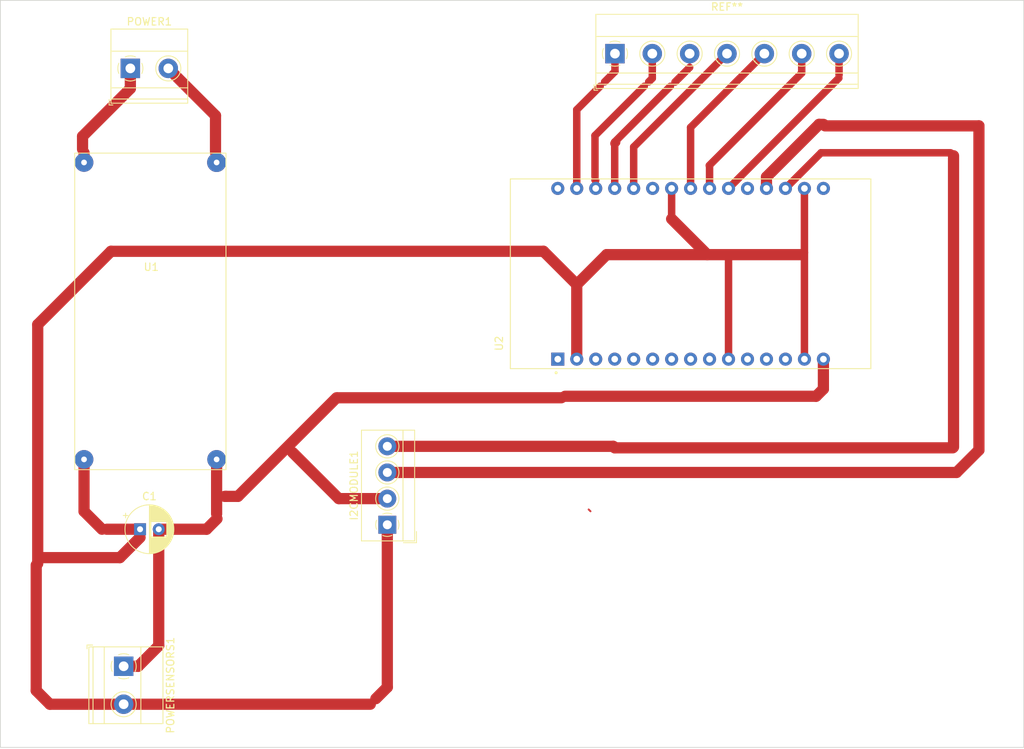
<source format=kicad_pcb>
(kicad_pcb (version 20211014) (generator pcbnew)
  (layers (0 "F.Cu" signal) (31 "B.Cu" signal) (34 "B.Paste" user) (35 "F.Paste" user) (36 "B.SilkS" user "B.Silkscreen") (37 "F.SilkS" user "F.Silkscreen") (38 "B.Mask" user) (39 "F.Mask" user) (44 "Edge.Cuts" user))
  (net 0 "")
  (net 1 "GND")
  (net 2 "Net-(C1-Pad2)")
  (net 3 "A")
  (net 4 "B")
  (net 5 "C")
  (net 6 "Net-(POWER1-Pad1)")
  (net 7 "Net-(POWER1-Pad2)")
  (footprint "TerminalBlock_Phoenix:TerminalBlock_Phoenix_MKDS-1,5-2-5.08_1x02_P5.08mm_Horizontal" (layer "F.Cu") (at 96.905 130.345 -90)
    (fp_text reference "POWERSENSORS1" (at 2.54 -6.26 90) (layer "F.SilkS"))
    (fp_text value "Screw_Terminal_01x02")
    (fp_line (start -2.84 4.9) (end -2.34 4.9) (layer "F.SilkS") (width 0.12))
    (fp_line (start -2.6 2.6) (end 7.68 2.6) (layer "F.SilkS") (width 0.12))
    (fp_line (start -2.84 4.16) (end -2.84 4.9) (layer "F.SilkS") (width 0.12))
    (fp_line (start -2.6 -5.261) (end 7.68 -5.261) (layer "F.SilkS") (width 0.12))
    (fp_line (start -2.6 -5.261) (end -2.6 4.66) (layer "F.SilkS") (width 0.12))
    (fp_line (start 4.046 1.239) (end 4.011 1.274) (layer "F.SilkS") (width 0.12))
    (fp_line (start 6.355 -1.069) (end 6.308 -1.023) (layer "F.SilkS") (width 0.12))
    (fp_line (start -2.6 4.1) (end 7.68 4.1) (layer "F.SilkS") (width 0.12))
    (fp_line (start 3.853 1.023) (end 3.806 1.069) (layer "F.SilkS") (width 0.12))
    (fp_line (start -2.6 -2.301) (end 7.68 -2.301) (layer "F.SilkS") (width 0.12))
    (fp_line (start 6.15 -1.275) (end 6.115 -1.239) (layer "F.SilkS") (width 0.12))
    (fp_line (start -2.6 4.66) (end 7.68 4.66) (layer "F.SilkS") (width 0.12))
    (fp_line (start 7.68 -5.261) (end 7.68 4.66) (layer "F.SilkS") (width 0.12))
    (fp_arc (start 0.683318 1.534756) (mid 0.349292 1.643288) (end 0 1.68) (layer "F.SilkS") (width 0.12))
    (fp_arc (start 0.028805 1.680253) (mid -0.335551 1.646659) (end -0.684 1.535) (layer "F.SilkS") (width 0.12))
    (fp_arc (start -0.683042 -1.535427) (mid 0.000524 -1.680501) (end 0.684 -1.535) (layer "F.SilkS") (width 0.12))
    (fp_arc (start 1.535427 -0.683042) (mid 1.680501 0.000524) (end 1.535 0.684) (layer "F.SilkS") (width 0.12))
    (fp_arc (start -1.535427 0.683042) (mid -1.680501 -0.000524) (end -1.535 -0.684) (layer "F.SilkS") (width 0.12))
    (fp_circle (center 5.08 0) (end 6.76 0) (layer "F.SilkS") (width 0.12) (fill none))
    (pad "1" thru_hole rect (at 0 0 270) (size 2.6 2.6) (drill 1.3) (layers *.Cu *.Mask) (net 2 "Net-(C1-Pad2)"))
    (pad "2" thru_hole circle (at 5.08 0 270) (size 2.6 2.6) (drill 1.3) (layers *.Cu *.Mask) (net 1 "GND"))
  )
  (footprint "NodeMCU esp8266:MODULE_ZC563900" (layer "F.Cu") (at 172.8 77.8 90)
    (fp_text reference "U2" (at -9.325 -25.635 90) (layer "F.SilkS"))
    (fp_text value "NodeMcu_Esp8266")
    (fp_line (start -12.7 24.13) (end -12.7 -24.13) (layer "F.SilkS") (width 0.127))
    (fp_line (start -12.7 24.13) (end 12.7 24.13) (layer "F.SilkS") (width 0.127))
    (fp_line (start 12.7 -24.13) (end 12.7 24.13) (layer "F.SilkS") (width 0.127))
    (fp_line (start -12.7 -24.13) (end 12.7 -24.13) (layer "F.SilkS") (width 0.127))
    (fp_circle (center -13.25 -18) (end -13.15 -18) (layer "F.SilkS") (width 0.2) (fill none))
    (pad "" np_thru_hole circle (at -10.16 -21.59 90) (size 3.2 3.2) (drill 3.2) (layers *.Cu *.Mask))
    (pad "" np_thru_hole circle (at 10.16 -21.59 90) (size 3.2 3.2) (drill 3.2) (layers *.Cu *.Mask))
    (pad "" np_thru_hole circle (at 10.16 21.59 90) (size 3.2 3.2) (drill 3.2) (layers *.Cu *.Mask))
    (pad "" np_thru_hole circle (at -10.16 21.59 90) (size 3.2 3.2) (drill 3.2) (layers *.Cu *.Mask))
    (pad "1" thru_hole rect (at -11.43 -17.78 90) (size 1.7526 1.7526) (drill 0.889) (layers *.Cu *.Mask))
    (pad "2" thru_hole circle (at -11.43 -15.24 90) (size 1.7526 1.7526) (drill 0.889) (layers *.Cu *.Mask))
    (pad "3" thru_hole circle (at -11.43 -12.7 90) (size 1.7526 1.7526) (drill 0.889) (layers *.Cu *.Mask))
    (pad "4" thru_hole circle (at -11.43 -10.16 90) (size 1.7526 1.7526) (drill 0.889) (layers *.Cu *.Mask))
    (pad "5" thru_hole circle (at -11.43 -7.62 90) (size 1.7526 1.7526) (drill 0.889) (layers *.Cu *.Mask))
    (pad "6" thru_hole circle (at -11.43 -5.08 90) (size 1.7526 1.7526) (drill 0.889) (layers *.Cu *.Mask))
    (pad "7" thru_hole circle (at -11.43 -2.54 90) (size 1.7526 1.7526) (drill 0.889) (layers *.Cu *.Mask))
    (pad "8" thru_hole circle (at -11.43 0 90) (size 1.7526 1.7526) (drill 0.889) (layers *.Cu *.Mask))
    (pad "9" thru_hole circle (at -11.43 2.54 90) (size 1.7526 1.7526) (drill 0.889) (layers *.Cu *.Mask))
    (pad "10" thru_hole circle (at -11.43 5.08 90) (size 1.7526 1.7526) (drill 0.889) (layers *.Cu *.Mask))
    (pad "11" thru_hole circle (at -11.43 7.62 90) (size 1.7526 1.7526) (drill 0.889) (layers *.Cu *.Mask))
    (pad "12" thru_hole circle (at -11.43 10.16 90) (size 1.7526 1.7526) (drill 0.889) (layers *.Cu *.Mask))
    (pad "13" thru_hole circle (at -11.43 12.7 90) (size 1.7526 1.7526) (drill 0.889) (layers *.Cu *.Mask))
    (pad "14" thru_hole circle (at -11.43 15.24 90) (size 1.7526 1.7526) (drill 0.889) (layers *.Cu *.Mask))
    (pad "15" thru_hole circle (at -11.43 17.78 90) (size 1.7526 1.7526) (drill 0.889) (layers *.Cu *.Mask))
    (pad "16" thru_hole circle (at 11.43 17.78 90) (size 1.7526 1.7526) (drill 0.889) (layers *.Cu *.Mask))
    (pad "17" thru_hole circle (at 11.43 15.24 90) (size 1.7526 1.7526) (drill 0.889) (layers *.Cu *.Mask))
    (pad "18" thru_hole circle (at 11.43 12.7 90) (size 1.7526 1.7526) (drill 0.889) (layers *.Cu *.Mask))
    (pad "19" thru_hole circle (at 11.43 10.16 90) (size 1.7526 1.7526) (drill 0.889) (layers *.Cu *.Mask))
    (pad "20" thru_hole circle (at 11.43 7.62 90) (size 1.7526 1.7526) (drill 0.889) (layers *.Cu *.Mask))
    (pad "21" thru_hole circle (at 11.43 5.08 90) (size 1.7526 1.7526) (drill 0.889) (layers *.Cu *.Mask))
    (pad "22" thru_hole circle (at 11.43 2.54 90) (size 1.7526 1.7526) (drill 0.889) (layers *.Cu *.Mask))
    (pad "23" thru_hole circle (at 11.43 0 90) (size 1.7526 1.7526) (drill 0.889) (layers *.Cu *.Mask))
    (pad "24" thru_hole circle (at 11.43 -2.54 90) (size 1.7526 1.7526) (drill 0.889) (layers *.Cu *.Mask))
    (pad "25" thru_hole circle (at 11.43 -5.08 90) (size 1.7526 1.7526) (drill 0.889) (layers *.Cu *.Mask))
    (pad "26" thru_hole circle (at 11.43 -7.62 90) (size 1.7526 1.7526) (drill 0.889) (layers *.Cu *.Mask))
    (pad "27" thru_hole circle (at 11.43 -10.16 90) (size 1.7526 1.7526) (drill 0.889) (layers *.Cu *.Mask))
    (pad "28" thru_hole circle (at 11.43 -12.7 90) (size 1.7526 1.7526) (drill 0.889) (layers *.Cu *.Mask))
    (pad "29" thru_hole circle (at 11.43 -15.24 90) (size 1.7526 1.7526) (drill 0.889) (layers *.Cu *.Mask))
    (pad "30" thru_hole circle (at 11.43 -17.78 90) (size 1.7526 1.7526) (drill 0.889) (layers *.Cu *.Mask))
  )
  (footprint "TerminalBlock_Phoenix:TerminalBlock_Phoenix_MKDS-1,5-2-5.08_1x02_P5.08mm_Horizontal" (layer "F.Cu") (at 97.8 50.305)
    (fp_text reference "POWER1" (at 2.54 -6.26) (layer "F.SilkS"))
    (fp_text value "Screw_Terminal_01x02")
    (fp_line (start 6.355 -1.069) (end 6.308 -1.023) (layer "F.SilkS") (width 0.12))
    (fp_line (start 7.68 -5.261) (end 7.68 4.66) (layer "F.SilkS") (width 0.12))
    (fp_line (start -2.6 -5.261) (end 7.68 -5.261) (layer "F.SilkS") (width 0.12))
    (fp_line (start 6.15 -1.275) (end 6.115 -1.239) (layer "F.SilkS") (width 0.12))
    (fp_line (start 4.046 1.239) (end 4.011 1.274) (layer "F.SilkS") (width 0.12))
    (fp_line (start -2.6 4.1) (end 7.68 4.1) (layer "F.SilkS") (width 0.12))
    (fp_line (start -2.84 4.16) (end -2.84 4.9) (layer "F.SilkS") (width 0.12))
    (fp_line (start -2.6 2.6) (end 7.68 2.6) (layer "F.SilkS") (width 0.12))
    (fp_line (start 3.853 1.023) (end 3.806 1.069) (layer "F.SilkS") (width 0.12))
    (fp_line (start -2.6 -5.261) (end -2.6 4.66) (layer "F.SilkS") (width 0.12))
    (fp_line (start -2.6 4.66) (end 7.68 4.66) (layer "F.SilkS") (width 0.12))
    (fp_line (start -2.6 -2.301) (end 7.68 -2.301) (layer "F.SilkS") (width 0.12))
    (fp_line (start -2.84 4.9) (end -2.34 4.9) (layer "F.SilkS") (width 0.12))
    (fp_arc (start -0.683042 -1.535427) (mid 0.000524 -1.680501) (end 0.684 -1.535) (layer "F.SilkS") (width 0.12))
    (fp_arc (start 0.028805 1.680253) (mid -0.335551 1.646659) (end -0.684 1.535) (layer "F.SilkS") (width 0.12))
    (fp_arc (start 0.683318 1.534756) (mid 0.349292 1.643288) (end 0 1.68) (layer "F.SilkS") (width 0.12))
    (fp_arc (start 1.535427 -0.683042) (mid 1.680501 0.000524) (end 1.535 0.684) (layer "F.SilkS") (width 0.12))
    (fp_arc (start -1.535427 0.683042) (mid -1.680501 -0.000524) (end -1.535 -0.684) (layer "F.SilkS") (width 0.12))
    (fp_circle (center 5.08 0) (end 6.76 0) (layer "F.SilkS") (width 0.12) (fill none))
    (pad "1" thru_hole rect (at 0 0) (size 2.6 2.6) (drill 1.3) (layers *.Cu *.Mask) (net 6 "Net-(POWER1-Pad1)"))
    (pad "2" thru_hole circle (at 5.08 0) (size 2.6 2.6) (drill 1.3) (layers *.Cu *.Mask) (net 7 "Net-(POWER1-Pad2)"))
  )
  (footprint "TerminalBlock_4Ucon:TerminalBlock_4Ucon_1x04_P3.50mm_Horizontal" (layer "F.Cu") (at 132.2 111.4 90)
    (fp_text reference "I2CMODULE1" (at 5.25 -4.46 90) (layer "F.SilkS"))
    (fp_text value "I2C_module")
    (fp_line (start -2.4 3.9) (end -0.9 3.9) (layer "F.SilkS") (width 0.12))
    (fp_line (start -2.16 -3.46) (end 12.66 -3.46) (layer "F.SilkS") (width 0.12))
    (fp_line (start -2.16 -3.46) (end -2.16 3.66) (layer "F.SilkS") (width 0.12))
    (fp_line (start -2.16 3.66) (end 12.66 3.66) (layer "F.SilkS") (width 0.12))
    (fp_line (start -2.16 2.1) (end 12.66 2.1) (layer "F.SilkS") (width 0.12))
    (fp_line (start 12.66 -3.46) (end 12.66 3.66) (layer "F.SilkS") (width 0.12))
    (fp_line (start -2.4 2.16) (end -2.4 3.9) (layer "F.SilkS") (width 0.12))
    (fp_arc (start 0.027011 1.555493) (mid -0.296984 1.527118) (end -0.608 1.432) (layer "F.SilkS") (width 0.12))
    (fp_arc (start 0.607587 1.431385) (mid 0.310017 1.523783) (end 0 1.555) (layer "F.SilkS") (width 0.12))
    (fp_arc (start -0.607742 -1.432109) (mid 0.00014 -1.555727) (end 0.608 -1.432) (layer "F.SilkS") (width 0.12))
    (fp_arc (start -1.432109 0.607742) (mid -1.555727 -0.00014) (end -1.432 -0.608) (layer "F.SilkS") (width 0.12))
    (fp_arc (start 1.432109 -0.607742) (mid 1.555727 0.00014) (end 1.432 0.608) (layer "F.SilkS") (width 0.12))
    (fp_circle (center 7 0) (end 8.555 0) (layer "F.SilkS") (width 0.12) (fill none))
    (fp_circle (center 3.5 0) (end 5.055 0) (layer "F.SilkS") (width 0.12) (fill none))
    (fp_circle (center 10.5 0) (end 12.055 0) (layer "F.SilkS") (width 0.12) (fill none))
    (pad "1" thru_hole rect (at 0 0 90) (size 2.4 2.4) (drill 1.2) (layers *.Cu *.Mask))
    (pad "2" thru_hole circle (at 3.5 0 90) (size 2.4 2.4) (drill 1.2) (layers *.Cu *.Mask))
    (pad "3" thru_hole circle (at 7 0 90) (size 2.4 2.4) (drill 1.2) (layers *.Cu *.Mask))
    (pad "4" thru_hole circle (at 10.5 0 90) (size 2.4 2.4) (drill 1.2) (layers *.Cu *.Mask))
  )
  (footprint "buckArduino:testesp" (layer "F.Cu") (at 100.6 77.4)
    (fp_text reference "U1" (at 0 -0.5 unlocked) (layer "F.SilkS"))
    (fp_text value "Buck")
    (fp_rect (start 10 26.625) (end -10.25 -15.75) (layer "F.SilkS") (width 0.12) (fill none))
    (pad "1" thru_hole circle (at 8.75 25.25) (size 2.5 2.5) (drill 0.762) (layers *.Mask "F.Cu" "In1.Cu" "B.Cu"))
    (pad "1" thru_hole circle (at 8.75 -14.5) (size 2.549508 2.549508) (drill 0.762) (layers *.Mask "F.Cu" "In1.Cu" "B.Cu"))
    (pad "1" thru_hole circle (at -9 25.25) (size 2.5 2.5) (drill 0.762) (layers *.Mask "F.Cu" "In1.Cu" "B.Cu"))
    (pad "1" thru_hole circle (at -9 -14.5) (size 2.5 2.5) (drill 0.762) (layers *.Cu *.Mask))
  )
  (footprint "Capacitor_THT:CP_Radial_D6.3mm_P2.50mm" (layer "F.Cu") (at 99.1 112)
    (fp_text reference "C1" (at 1.25 -4.4) (layer "F.SilkS"))
    (fp_text value "10u")
    (fp_line (start 3.771 -2.044) (end 3.771 2.044) (layer "F.SilkS") (width 0.12))
    (fp_line (start 4.011 -1.714) (end 4.011 1.714) (layer "F.SilkS") (width 0.12))
    (fp_line (start 3.851 -1.944) (end 3.851 1.944) (layer "F.SilkS") (width 0.12))
    (fp_line (start 1.53 -3.218) (end 1.53 -1.04) (layer "F.SilkS") (width 0.12))
    (fp_line (start 1.57 -3.215) (end 1.57 -1.04) (layer "F.SilkS") (width 0.12))
    (fp_line (start 3.971 -1.776) (end 3.971 1.776) (layer "F.SilkS") (width 0.12))
    (fp_line (start 3.131 1.04) (end 3.131 2.636) (layer "F.SilkS") (width 0.12))
    (fp_line (start 2.211 -3.086) (end 2.211 -1.04) (layer "F.SilkS") (width 0.12))
    (fp_line (start 3.611 -2.224) (end 3.611 2.224) (layer "F.SilkS") (width 0.12))
    (fp_line (start 1.37 -3.228) (end 1.37 3.228) (layer "F.SilkS") (width 0.12))
    (fp_line (start 3.171 1.04) (end 3.171 2.607) (layer "F.SilkS") (width 0.12))
    (fp_line (start 2.931 -2.766) (end 2.931 -1.04) (layer "F.SilkS") (width 0.12))
    (fp_line (start 4.171 -1.432) (end 4.171 1.432) (layer "F.SilkS") (width 0.12))
    (fp_line (start 3.051 1.04) (end 3.051 2.69) (layer "F.SilkS") (width 0.12))
    (fp_line (start 2.891 1.04) (end 2.891 2.79) (layer "F.SilkS") (width 0.12))
    (fp_line (start 2.091 -3.121) (end 2.091 -1.04) (layer "F.SilkS") (width 0.12))
    (fp_line (start 1.93 -3.159) (end 1.93 -1.04) (layer "F.SilkS") (width 0.12))
    (fp_line (start 1.41 -3.227) (end 1.41 3.227) (layer "F.SilkS") (width 0.12))
    (fp_line (start 2.691 -2.896) (end 2.691 -1.04) (layer "F.SilkS") (width 0.12))
    (fp_line (start 3.131 -2.636) (end 3.131 -1.04) (layer "F.SilkS") (width 0.12))
    (fp_line (start 2.411 -3.018) (end 2.411 -1.04) (layer "F.SilkS") (width 0.12))
    (fp_line (start 4.331 -1.059) (end 4.331 1.059) (layer "F.SilkS") (width 0.12))
    (fp_line (start 2.371 1.04) (end 2.371 3.033) (layer "F.SilkS") (width 0.12))
    (fp_line (start 2.051 1.04) (end 2.051 3.131) (layer "F.SilkS") (width 0.12))
    (fp_line (start 1.69 -3.201) (end 1.69 -1.04) (layer "F.SilkS") (width 0.12))
    (fp_line (start 2.291 -3.061) (end 2.291 -1.04) (layer "F.SilkS") (width 0.12))
    (fp_line (start 1.53 1.04) (end 1.53 3.218) (layer "F.SilkS") (width 0.12))
    (fp_line (start 3.491 -2.343) (end 3.491 -1.04) (layer "F.SilkS") (width 0.12))
    (fp_line (start 1.57 1.04) (end 1.57 3.215) (layer "F.SilkS") (width 0.12))
    (fp_line (start 3.731 -2.092) (end 3.731 2.092) (layer "F.SilkS") (width 0.12))
    (fp_line (start 1.89 1.04) (end 1.89 3.167) (layer "F.SilkS") (width 0.12))
    (fp_line (start 1.29 -3.23) (end 1.29 3.23) (layer "F.SilkS") (width 0.12))
    (fp_line (start 2.811 1.04) (end 2.811 2.834) (layer "F.SilkS") (width 0.12))
    (fp_line (start 3.171 -2.607) (end 3.171 -1.04) (layer "F.SilkS") (width 0.12))
    (fp_line (start 2.531 1.04) (end 2.531 2.97) (layer "F.SilkS") (width 0.12))
    (fp_line (start 2.051 -3.131) (end 2.051 -1.04) (layer "F.SilkS") (width 0.12))
    (fp_line (start 1.49 1.04) (end 1.49 3.222) (layer "F.SilkS") (width 0.12))
    (fp_line (start 3.451 -2.38) (end 3.451 -1.04) (layer "F.SilkS") (width 0.12))
    (fp_line (start 2.131 -3.11) (end 2.131 -1.04) (layer "F.SilkS") (width 0.12))
    (fp_line (start 1.49 -3.222) (end 1.49 -1.04) (layer "F.SilkS") (width 0.12))
    (fp_line (start 3.571 -2.265) (end 3.571 2.265) (layer "F.SilkS") (width 0.12))
    (fp_line (start 4.131 -1.509) (end 4.131 1.509) (layer "F.SilkS") (width 0.12))
    (fp_line (start 1.81 -3.182) (end 1.81 -1.04) (layer "F.SilkS") (width 0.12))
    (fp_line (start 2.731 -2.876) (end 2.731 -1.04) (layer "F.SilkS") (width 0.12))
    (fp_line (start 2.171 -3.098) (end 2.171 -1.04) (layer "F.SilkS") (width 0.12))
    (fp_line (start 1.77 1.04) (end 1.77 3.189) (layer "F.SilkS") (width 0.12))
    (fp_line (start 2.971 -2.742) (end 2.971 -1.04) (layer "F.SilkS") (width 0.12))
    (fp_line (start 2.251 -3.074) (end 2.251 -1.04) (layer "F.SilkS") (width 0.12))
    (fp_line (start 4.251 -1.262) (end 4.251 1.262) (layer "F.SilkS") (width 0.12))
    (fp_line (start 1.971 1.04) (end 1.971 3.15) (layer "F.SilkS") (width 0.12))
    (fp_line (start 2.131 1.04) (end 2.131 3.11) (layer "F.SilkS") (width 0.12))
    (fp_line (start 1.971 -3.15) (end 1.971 -1.04) (layer "F.SilkS") (width 0.12))
    (fp_line (start 3.491 1.04) (end 3.491 2.343) (layer "F.SilkS") (width 0.12))
    (fp_line (start 1.69 1.04) (end 1.69 3.201) (layer "F.SilkS") (width 0.12))
    (fp_line (start 3.211 1.04) (end 3.211 2.578) (layer "F.SilkS") (width 0.12))
    (fp_line (start 3.211 -2.578) (end 3.211 -1.04) (layer "F.SilkS") (width 0.12))
    (fp_line (start 2.331 1.04) (end 2.331 3.047) (layer "F.SilkS") (width 0.12))
    (fp_line (start 2.531 -2.97) (end 2.531 -1.04) (layer "F.SilkS") (width 0.12))
    (fp_line (start 2.331 -3.047) (end 2.331 -1.04) (layer "F.SilkS") (width 0.12))
    (fp_line (start 2.971 1.04) (end 2.971 2.742) (layer "F.SilkS") (width 0.12))
    (fp_line (start 3.531 -2.305) (end 3.531 -1.04) (layer "F.SilkS") (width 0.12))
    (fp_line (start 3.091 1.04) (end 3.091 2.664) (layer "F.SilkS") (width 0.12))
    (fp_line (start 1.65 -3.206) (end 1.65 -1.04) (layer "F.SilkS") (width 0.12))
    (fp_line (start 1.61 -3.211) (end 1.61 -1.04) (layer "F.SilkS") (width 0.12))
    (fp_line (start 1.65 1.04) (end 1.65 3.206) (layer "F.SilkS") (width 0.12))
    (fp_line (start 2.371 -3.033) (end 2.371 -1.04) (layer "F.SilkS") (width 0.12))
    (fp_line (start 2.691 1.04) (end 2.691 2.896) (layer "F.SilkS") (width 0.12))
    (fp_line (start 3.371 1.04) (end 3.371 2.45) (layer "F.SilkS") (width 0.12))
    (fp_line (start 4.291 -1.165) (end 4.291 1.165) (layer "F.SilkS") (width 0.12))
    (fp_line (start 2.771 -2.856) (end 2.771 -1.04) (layer "F.SilkS") (width 0.12))
    (fp_line (start 2.291 1.04) (end 2.291 3.061) (layer "F.SilkS") (width 0.12))
    (fp_line (start 3.331 -2.484) (end 3.331 -1.04) (layer "F.SilkS") (width 0.12))
    (fp_line (start 2.611 1.04) (end 2.611 2.934) (layer "F.SilkS") (width 0.12))
    (fp_line (start 3.931 -1.834) (end 3.931 1.834) (layer "F.SilkS") (width 0.12))
    (fp_line (start 1.85 -3.175) (end 1.85 -1.04) (layer "F.SilkS") (width 0.12))
    (fp_line (start 3.371 -2.45) (end 3.371 -1.04) (layer "F.SilkS") (width 0.12))
    (fp_line (start 2.171 1.04) (end 2.171 3.098) (layer "F.SilkS") (width 0.12))
    (fp_line (start 1.25 -3.23) (end 1.25 3.23) (layer "F.SilkS") (width 0.12))
    (fp_line (start 2.251 1.04) (end 2.251 3.074) (layer "F.SilkS") (width 0.12))
    (fp_line (start 3.411 1.04) (end 3.411 2.416) (layer "F.SilkS") (width 0.12))
    (fp_line (start 2.571 1.04) (end 2.571 2.952) (layer "F.SilkS") (width 0.12))
    (fp_line (start 1.81 1.04) (end 1.81 3.182) (layer "F.SilkS") (width 0.12))
    (fp_line (start 3.411 -2.416) (end 3.411 -1.04) (layer "F.SilkS") (width 0.12))
    (fp_line (start 4.091 -1.581) (end 4.091 1.581) (layer "F.SilkS") (width 0.12))
    (fp_line (start 3.451 1.04) (end 3.451 2.38) (layer "F.SilkS") (width 0.12))
    (fp_line (start 3.091 -2.664) (end 3.091 -1.04) (layer "F.SilkS") (width 0.12))
    (fp_line (start 1.61 1.04) (end 1.61 3.211) (layer "F.SilkS") (width 0.12))
    (fp_line (start 2.851 -2.812) (end 2.851 -1.04) (layer "F.SilkS") (width 0.12))
    (fp_line (start 2.931 1.04) (end 2.931 2.766) (layer "F.SilkS") (width 0.12))
    (fp_line (start 1.77 -3.189) (end 1.77 -1.04) (layer "F.SilkS") (width 0.12))
    (fp_line (start 1.93 1.04) (end 1.93 3.159) (layer "F.SilkS") (width 0.12))
    (fp_line (start 4.211 -1.35) (end 4.211 1.35) (layer "F.SilkS") (width 0.12))
    (fp_line (start 2.651 1.04) (end 2.651 2.916) (layer "F.SilkS") (width 0.12))
    (fp_line (start 1.45 -3.224) (end 1.45 3.224) (layer "F.SilkS") (width 0.12))
    (fp_line (start 4.491 -0.402) (end 4.491 0.402) (layer "F.SilkS") (width 0.12))
    (fp_line (start 2.891 -2.79) (end 2.891 -1.04) (layer "F.SilkS") (width 0.12))
    (fp_line (start 2.651 -2.916) (end 2.651 -1.04) (layer "F.SilkS") (width 0.12))
    (fp_line (start 3.331 1.04) (end 3.331 2.484) (layer "F.SilkS") (width 0.12))
    (fp_line (start 1.33 -3.23) (end 1.33 3.23) (layer "F.SilkS") (width 0.12))
    (fp_line (start 2.011 -3.141) (end 2.011 -1.04) (layer "F.SilkS") (width 0.12))
    (fp_line (start 4.451 -0.633) (end 4.451 0.633) (layer "F.SilkS") (width 0.12))
    (fp_line (start 3.291 1.04) (end 3.291 2.516) (layer "F.SilkS") (width 0.12))
    (fp_line (start 2.411 1.04) (end 2.411 3.018) (layer "F.SilkS") (width 0.12))
    (fp_line (start 3.251 1.04) (end 3.251 2.548) (layer "F.SilkS") (width 0.12))
    (fp_line (start 2.491 1.04) (end 2.491 2.986) (layer "F.SilkS") (width 0.12))
    (fp_line (start 2.451 1.04) (end 2.451 3.002) (layer "F.SilkS") (width 0.12))
    (fp_line (start 1.89 -3.167) (end 1.89 -1.04) (layer "F.SilkS") (width 0.12))
    (fp_line (start 3.531 1.04) (end 3.531 2.305) (layer "F.SilkS") (width 0.12))
    (fp_line (start 2.011 1.04) (end 2.011 3.141) (layer "F.SilkS") (width 0.12))
    (fp_line (start 2.211 1.04) (end 2.211 3.086) (layer "F.SilkS") (width 0.12))
    (fp_line (start -2.250241 -1.839) (end -1.620241 -1.839) (layer "F.SilkS") (width 0.12))
    (fp_line (start 4.051 -1.65) (end 4.051 1.65) (layer "F.SilkS") (width 0.12))
    (fp_line (start 2.491 -2.986) (end 2.491 -1.04) (layer "F.SilkS") (width 0.12))
    (fp_line (start 1.73 -3.195) (end 1.73 -1.04) (layer "F.SilkS") (width 0.12))
    (fp_line (start 2.811 -2.834) (end 2.811 -1.04) (layer "F.SilkS") (width 0.12))
    (fp_line (start 3.651 -2.182) (end 3.651 2.182) (layer "F.SilkS") (width 0.12))
    (fp_line (start 2.451 -3.002) (end 2.451 -1.04) (layer "F.SilkS") (width 0.12))
    (fp_line (start 1.85 1.04) (end 1.85 3.175) (layer "F.SilkS") (width 0.12))
    (fp_line (start 1.73 1.04) (end 1.73 3.195) (layer "F.SilkS") (width 0.12))
    (fp_line (start 2.571 -2.952) (end 2.571 -1.04) (layer "F.SilkS") (width 0.12))
    (fp_line (start 3.811 -1.995) (end 3.811 1.995) (layer "F.SilkS") (width 0.12))
    (fp_line (start 3.891 -1.89) (end 3.891 1.89) (layer "F.SilkS") (width 0.12))
    (fp_line (start 3.251 -2.548) (end 3.251 -1.04) (layer "F.SilkS") (width 0.12))
    (fp_line (start 2.771 1.04) (end 2.771 2.856) (layer "F.SilkS") (width 0.12))
    (fp_line (start 3.691 -2.137) (end 3.691 2.137) (layer "F.SilkS") (width 0.12))
    (fp_line (start 2.611 -2.934) (end 2.611 -1.04) (layer "F.SilkS") (width 0.12))
    (fp_line (start 2.731 1.04) (end 2.731 2.876) (layer "F.SilkS") (width 0.12))
    (fp_line (start 3.291 -2.516) (end 3.291 -1.04) (layer "F.SilkS") (width 0.12))
    (fp_line (start 3.051 -2.69) (end 3.051 -1.04) (layer "F.SilkS") (width 0.12))
    (fp_line (start 4.371 -0.94) (end 4.371 0.94) (layer "F.SilkS") (width 0.12))
    (fp_line (start 3.011 -2.716) (end 3.011 -1.04) (layer "F.SilkS") (width 0.12))
    (fp_line (start -1.935241 -2.154) (end -1.935241 -1.524) (layer "F.SilkS") (width 0.12))
    (fp_line (start 2.851 1.04) (end 2.851 2.812) (layer "F.SilkS") (width 0.12))
    (fp_line (start 3.011 1.04) (end 3.011 2.716) (layer "F.SilkS") (width 0.12))
    (fp_line (start 4.411 -0.802) (end 4.411 0.802) (layer "F.SilkS") (width 0.12))
    (fp_line (start 2.091 1.04) (end 2.091 3.121) (layer "F.SilkS") (width 0.12))
    (fp_circle (center 1.25 0) (end 4.52 0) (layer "F.SilkS") (width 0.12) (fill none))
    (pad "1" thru_hole rect (at 0 0) (size 1.6 1.6) (drill 0.8) (layers *.Cu *.Mask) (net 1 "GND"))
    (pad "2" thru_hole circle (at 2.5 0) (size 1.6 1.6) (drill 0.8) (layers *.Cu *.Mask) (net 2 "Net-(C1-Pad2)"))
  )
  (footprint "TerminalBlock_Phoenix:TerminalBlock_Phoenix_MKDS-1,5-7_1x07_P5.00mm_Horizontal" (layer "F.Cu") (at 162.675 48.33)
    (fp_text reference "REF**" (at 15 -6.26) (layer "F.SilkS"))
    (fp_text value "TerminalBlock_Phoenix_MKDS-1,5-7_1x07_P5.00mm_Horizontal")
    (fp_line (start 8.966 1.239) (end 8.931 1.274) (layer "F.SilkS") (width 0.12))
    (fp_line (start -2.56 -2.301) (end 32.56 -2.301) (layer "F.SilkS") (width 0.12))
    (fp_line (start 31.275 -1.069) (end 31.228 -1.023) (layer "F.SilkS") (width 0.12))
    (fp_line (start 23.966 1.239) (end 23.931 1.274) (layer "F.SilkS") (width 0.12))
    (fp_line (start 6.275 -1.069) (end 6.228 -1.023) (layer "F.SilkS") (width 0.12))
    (fp_line (start 3.966 1.239) (end 3.931 1.274) (layer "F.SilkS") (width 0.12))
    (fp_line (start 3.773 1.023) (end 3.726 1.069) (layer "F.SilkS") (width 0.12))
    (fp_line (start -2.56 2.6) (end 32.56 2.6) (layer "F.SilkS") (width 0.12))
    (fp_line (start -2.56 4.66) (end 32.56 4.66) (layer "F.SilkS") (width 0.12))
    (fp_line (start -2.8 4.16) (end -2.8 4.9) (layer "F.SilkS") (width 0.12))
    (fp_line (start 13.773 1.023) (end 13.726 1.069) (layer "F.SilkS") (width 0.12))
    (fp_line (start 11.275 -1.069) (end 11.228 -1.023) (layer "F.SilkS") (width 0.12))
    (fp_line (start 28.773 1.023) (end 28.726 1.069) (layer "F.SilkS") (width 0.12))
    (fp_line (start -2.8 4.9) (end -2.3 4.9) (layer "F.SilkS") (width 0.12))
    (fp_line (start 23.773 1.023) (end 23.726 1.069) (layer "F.SilkS") (width 0.12))
    (fp_line (start 11.07 -1.275) (end 11.035 -1.239) (layer "F.SilkS") (width 0.12))
    (fp_line (start 26.275 -1.069) (end 26.228 -1.023) (layer "F.SilkS") (width 0.12))
    (fp_line (start -2.56 -5.261) (end 32.56 -5.261) (layer "F.SilkS") (width 0.12))
    (fp_line (start -2.56 4.1) (end 32.56 4.1) (layer "F.SilkS") (width 0.12))
    (fp_line (start 13.966 1.239) (end 13.931 1.274) (layer "F.SilkS") (width 0.12))
    (fp_line (start 16.07 -1.275) (end 16.035 -1.239) (layer "F.SilkS") (width 0.12))
    (fp_line (start 21.275 -1.069) (end 21.228 -1.023) (layer "F.SilkS") (width 0.12))
    (fp_line (start 8.773 1.023) (end 8.726 1.069) (layer "F.SilkS") (width 0.12))
    (fp_line (start 18.773 1.023) (end 18.726 1.069) (layer "F.SilkS") (width 0.12))
    (fp_line (start -2.56 -5.261) (end -2.56 4.66) (layer "F.SilkS") (width 0.12))
    (fp_line (start 16.275 -1.069) (end 16.228 -1.023) (layer "F.SilkS") (width 0.12))
    (fp_line (start 32.56 -5.261) (end 32.56 4.66) (layer "F.SilkS") (width 0.12))
    (fp_line (start 31.07 -1.275) (end 31.035 -1.239) (layer "F.SilkS") (width 0.12))
    (fp_line (start 6.07 -1.275) (end 6.035 -1.239) (layer "F.SilkS") (width 0.12))
    (fp_line (start 21.07 -1.275) (end 21.035 -1.239) (layer "F.SilkS") (width 0.12))
    (fp_line (start 28.966 1.239) (end 28.931 1.274) (layer "F.SilkS") (width 0.12))
    (fp_line (start 26.07 -1.275) (end 26.035 -1.239) (layer "F.SilkS") (width 0.12))
    (fp_line (start 18.966 1.239) (end 18.931 1.274) (layer "F.SilkS") (width 0.12))
    (fp_arc (start -0.683042 -1.535427) (mid 0.000524 -1.680501) (end 0.684 -1.535) (layer "F.SilkS") (width 0.12))
    (fp_arc (start -1.535427 0.683042) (mid -1.680501 -0.000524) (end -1.535 -0.684) (layer "F.SilkS") (width 0.12))
    (fp_arc (start 0.683318 1.534756) (mid 0.349292 1.643288) (end 0 1.68) (layer "F.SilkS") (width 0.12))
    (fp_arc (start 1.535427 -0.683042) (mid 1.680501 0.000524) (end 1.535 0.684) (layer "F.SilkS") (width 0.12))
    (fp_arc (start 0.028805 1.680253) (mid -0.335551 1.646659) (end -0.684 1.535) (layer "F.SilkS") (width 0.12))
    (fp_circle (center 30 0) (end 31.68 0) (layer "F.SilkS") (width 0.12) (fill none))
    (fp_circle (center 10 0) (end 11.68 0) (layer "F.SilkS") (width 0.12) (fill none))
    (fp_circle (center 15 0) (end 16.68 0) (layer "F.SilkS") (width 0.12) (fill none))
    (fp_circle (center 5 0) (end 6.68 0) (layer "F.SilkS") (width 0.12) (fill none))
    (fp_circle (center 20 0) (end 21.68 0) (layer "F.SilkS") (width 0.12) (fill none))
    (fp_circle (center 25 0) (end 26.68 0) (layer "F.SilkS") (width 0.12) (fill none))
    (pad "1" thru_hole rect (at 0 0) (size 2.6 2.6) (drill 1.3) (layers *.Cu *.Mask))
    (pad "2" thru_hole circle (at 5 0) (size 2.6 2.6) (drill 1.3) (layers *.Cu *.Mask))
    (pad "3" thru_hole circle (at 10 0) (size 2.6 2.6) (drill 1.3) (layers *.Cu *.Mask))
    (pad "4" thru_hole circle (at 15 0) (size 2.6 2.6) (drill 1.3) (layers *.Cu *.Mask))
    (pad "5" thru_hole circle (at 20 0) (size 2.6 2.6) (drill 1.3) (layers *.Cu *.Mask))
    (pad "6" thru_hole circle (at 25 0) (size 2.6 2.6) (drill 1.3) (layers *.Cu *.Mask))
    (pad "7" thru_hole circle (at 30 0) (size 2.6 2.6) (drill 1.3) (layers *.Cu *.Mask))
  )
  (gr_rect (start 80.4 41.2) (end 217.4 141.2) (layer "Edge.Cuts") (width 0.1) (fill none))
  (segment (start 187.675 48.33) (end 187.675 50.925) (width 1) (layer "F.Cu") (net 0))
  (segment (start 192.675 51.175) (end 192.65 51.2) (width 0.25) (layer "F.Cu") (net 0))
  (segment (start 175.3 63.3) (end 175.34 63.34) (width 0.25) (layer "F.Cu") (net 0))
  (segment (start 172.675 48.33) (end 172.675 50.175) (width 0.25) (layer "F.Cu") (net 0))
  (segment (start 162.65 101.1) (end 162.45 100.9) (width 1.5) (layer "F.Cu") (net 0))
  (segment (start 192.65 51.6) (end 192.65 51.2) (width 0.2) (layer "F.Cu") (net 0))
  (segment (start 185.5 66.37) (end 190.27 61.6) (width 1) (layer "F.Cu") (net 0))
  (segment (start 211.4 101.4) (end 208.4 104.4) (width 1.5) (layer "F.Cu") (net 0))
  (segment (start 159.4 109.6) (end 159.15 109.35) (width 0.25) (layer "F.Cu") (net 0))
  (segment (start 182.96 64.84) (end 190 57.8) (width 1.5) (layer "F.Cu") (net 0))
  (segment (start 172.675 50.175) (end 170.708363 52.141637) (width 1) (layer "F.Cu") (net 0))
  (segment (start 192.675 48.33) (end 192.675 51.175) (width 1) (layer "F.Cu") (net 0))
  (segment (start 189.8 58) (end 190 57.8) (width 0.25) (layer "F.Cu") (net 0))
  (segment (start 182.96 66.37) (end 182.96 64.84) (width 1.5) (layer "F.Cu") (net 0))
  (segment (start 162.675 48.33) (end 162.675 50.725) (width 1) (layer "F.Cu") (net 0))
  (segment (start 207.9 101.1) (end 162.65 101.1) (width 1.5) (layer "F.Cu") (net 0))
  (segment (start 207.6 61.6) (end 208 62) (width 0.25) (layer "F.Cu") (net 0))
  (segment (start 187.675 50.925) (end 175.3 63.3) (width 1) (layer "F.Cu") (net 0))
  (segment (start 175.34 63.34) (end 175.34 66.37) (width 1) (layer "F.Cu") (net 0))
  (segment (start 162.675 50.725) (end 161.283363 52.116637) (width 1) (layer "F.Cu") (net 0))
  (segment (start 208.4 104.4) (end 132.2 104.4) (width 1.5) (layer "F.Cu") (net 0))
  (segment (start 172.8 58.205) (end 182.675 48.33) (width 1) (layer "F.Cu") (net 0))
  (segment (start 162.45 100.9) (end 132.2 100.9) (width 1.5) (layer "F.Cu") (net 0))
  (segment (start 190.8 58) (end 211.4 58) (width 1.5) (layer "F.Cu") (net 0))
  (segment (start 208 62) (end 208 101) (width 1.5) (layer "F.Cu") (net 0))
  (segment (start 165.18 60.825) (end 165.18 66.37) (width 1) (layer "F.Cu") (net 0))
  (segment (start 167.675 48.33) (end 167.675 51.625) (width 1) (layer "F.Cu") (net 0))
  (segment (start 172.8 66.37) (end 172.8 58.205) (width 1) (layer "F.Cu") (net 0))
  (segment (start 190 57.8) (end 190.6 57.8) (width 1.5) (layer "F.Cu") (net 0))
  (segment (start 177.675 48.33) (end 165.18 60.825) (width 1) (layer "F.Cu") (net 0))
  (segment (start 177.88 66.37) (end 192.65 51.6) (width 1) (layer "F.Cu") (net 0))
  (segment (start 190.27 61.6) (end 207.6 61.6) (width 1) (layer "F.Cu") (net 0))
  (segment (start 208 101) (end 207.9 101.1) (width 0.25) (layer "F.Cu") (net 0))
  (segment (start 167.675 51.625) (end 167.183363 52.116637) (width 1) (layer "F.Cu") (net 0))
  (segment (start 211.4 58) (end 211.4 101.4) (width 1.5) (layer "F.Cu") (net 0))
  (segment (start 182.675 48.33) (end 178.888363 52.116637) (width 0.25) (layer "F.Cu") (net 0))
  (segment (start 96.905 135.425) (end 129.925 135.425) (width 1.5) (layer "F.Cu") (net 1))
  (segment (start 91.6 102.65) (end 91.6 109.6) (width 1.5) (layer "F.Cu") (net 1))
  (segment (start 85.4 116.6) (end 85.4 84.6) (width 1.5) (layer "F.Cu") (net 1))
  (segment (start 188.04 75.24) (end 188.04 74.96) (width 0.25) (layer "F.Cu") (net 1))
  (segment (start 187.76 75.24) (end 188.04 74.96) (width 0.25) (layer "F.Cu") (net 1))
  (segment (start 99.1 113.1) (end 96.4 115.8) (width 1.5) (layer "F.Cu") (net 1))
  (segment (start 132.2 133.15) (end 130.667462 134.682538) (width 1.5) (layer "F.Cu") (net 1))
  (segment (start 177.88 89.23) (end 177.88 75.48) (width 1) (layer "F.Cu") (net 1))
  (segment (start 96.4 115.8) (end 86.2 115.8) (width 1.5) (layer "F.Cu") (net 1))
  (segment (start 188.04 89.23) (end 188.04 74.96) (width 1) (layer "F.Cu") (net 1))
  (segment (start 94.636396 112) (end 99.1 112) (width 1.5) (layer "F.Cu") (net 1))
  (segment (start 85.2 133.6) (end 87.025 135.425) (width 1.5) (layer "F.Cu") (net 1))
  (segment (start 188.04 74.96) (end 188.04 66.37) (width 1) (layer "F.Cu") (net 1))
  (segment (start 157.56 89.23) (end 157.56 79.24) (width 1.5) (layer "F.Cu") (net 1))
  (segment (start 177.64 75.24) (end 188.04 75.24) (width 0.25) (layer "F.Cu") (net 1))
  (segment (start 86.2 115.8) (end 85.4 116.6) (width 0.25) (layer "F.Cu") (net 1))
  (segment (start 175.04 75.24) (end 161.56 75.24) (width 1.5) (layer "F.Cu") (net 1))
  (segment (start 177.88 75.48) (end 177.64 75.24) (width 0.25) (layer "F.Cu") (net 1))
  (segment (start 175.04 75.24) (end 187.76 75.24) (width 1.5) (layer "F.Cu") (net 1))
  (segment (start 162.8 74.79) (end 163.2 74.79) (width 0.25) (layer "F.Cu") (net 1))
  (segment (start 170.26 70.46) (end 174.7 74.9) (width 1.5) (layer "F.Cu") (net 1))
  (segment (start 95.21 74.79) (end 153.11 74.79) (width 1.5) (layer "F.Cu") (net 1))
  (segment (start 132.2 111.4) (end 132.2 133.15) (width 1.5) (layer "F.Cu") (net 1))
  (segment (start 153.11 74.79) (end 157.56 79.24) (width 1.5) (layer "F.Cu") (net 1))
  (segment (start 87.025 135.425) (end 96.905 135.425) (width 1.5) (layer "F.Cu") (net 1))
  (segment (start 85.4 116.6) (end 85.2 116.8) (width 0.25) (layer "F.Cu") (net 1))
  (segment (start 170.26 66.37) (end 170.26 70.46) (width 1) (layer "F.Cu") (net 1))
  (segment (start 85.4 84.6) (end 95.21 74.79) (width 1.5) (layer "F.Cu") (net 1))
  (segment (start 99.1 112) (end 99.1 113.1) (width 0.25) (layer "F.Cu") (net 1))
  (segment (start 175.04 75.24) (end 177.64 75.24) (width 0.25) (layer "F.Cu") (net 1))
  (segment (start 174.7 74.9) (end 175.04 75.24) (width 0.25) (layer "F.Cu") (net 1))
  (segment (start 85.2 116.8) (end 85.2 133.6) (width 1.5) (layer "F.Cu") (net 1))
  (segment (start 161.56 75.24) (end 157.56 79.24) (width 1.5) (layer "F.Cu") (net 1))
  (segment (start 91.6 109.6) (end 94 112) (width 1.5) (layer "F.Cu") (net 1))
  (segment (start 189.6 94.2) (end 190.58 93.22) (width 1.5) (layer "F.Cu") (net 2))
  (segment (start 109.35 109.95) (end 109.381802 109.981802) (width 0.25) (layer "F.Cu") (net 2))
  (segment (start 109.35 102.65) (end 109.35 109.95) (width 1.5) (layer "F.Cu") (net 2))
  (segment (start 125.6 94.4) (end 125.4 94.4) (width 0.25) (layer "F.Cu") (net 2))
  (segment (start 155.65 94.55) (end 156 94.2) (width 0.25) (layer "F.Cu") (net 2))
  (segment (start 155.5 94.4) (end 125.6 94.4) (width 1.5) (layer "F.Cu") (net 2))
  (segment (start 101.6 112) (end 108 112) (width 1.5) (layer "F.Cu") (net 2))
  (segment (start 110.6 107.6) (end 110.425 107.6) (width 1.5) (layer "F.Cu") (net 2))
  (segment (start 125.7 107.9) (end 119.542462 101.742462) (width 1.5) (layer "F.Cu") (net 2))
  (segment (start 101.6 112) (end 101.6 127.6) (width 1.5) (layer "F.Cu") (net 2))
  (segment (start 156 94.2) (end 189.6 94.2) (width 1.5) (layer "F.Cu") (net 2))
  (segment (start 112.2 107.6) (end 110.6 107.6) (width 1.5) (layer "F.Cu") (net 2))
  (segment (start 155.65 94.55) (end 155.5 94.4) (width 0.25) (layer "F.Cu") (net 2))
  (segment (start 109.381802 109.981802) (end 109.181802 110.181802) (width 0.25) (layer "F.Cu") (net 2))
  (segment (start 125.4 94.4) (end 112.2 107.6) (width 1.5) (layer "F.Cu") (net 2))
  (segment (start 101.6 127.6) (end 98.855 130.345) (width 1.5) (layer "F.Cu") (net 2))
  (segment (start 132.2 107.9) (end 125.7 107.9) (width 1.5) (layer "F.Cu") (net 2))
  (segment (start 190.58 93.22) (end 190.58 89.23) (width 1.5) (layer "F.Cu") (net 2))
  (segment (start 98.855 130.345) (end 96.905 130.345) (width 1.5) (layer "F.Cu") (net 2))
  (segment (start 108 112) (end 109.4 110.6) (width 1.5) (layer "F.Cu") (net 2))
  (segment (start 157.56 55.84) (end 160.7 52.7) (width 1) (layer "F.Cu") (net 3))
  (segment (start 157.56 66.37) (end 157.56 55.84) (width 1) (layer "F.Cu") (net 3))
  (segment (start 160.05 65.25) (end 160 65.25) (width 1) (layer "F.Cu") (net 4))
  (segment (start 160.1 66.37) (end 160.1 65.3) (width 0.25) (layer "F.Cu") (net 4))
  (segment (start 166.6 52.7) (end 160 59.3) (width 1) (layer "F.Cu") (net 4))
  (segment (start 160 59.3) (end 160 64.8) (width 1) (layer "F.Cu") (net 4))
  (segment (start 160.1 65.3) (end 160.05 65.25) (width 1) (layer "F.Cu") (net 4))
  (segment (start 162.64 60.16) (end 170.1 52.7) (width 1) (layer "F.Cu") (net 5))
  (segment (start 162.8 60.2) (end 162.64 60.36) (width 1.2) (layer "F.Cu") (net 5))
  (segment (start 162.64 60.36) (end 162.64 66.37) (width 1) (layer "F.Cu") (net 5))
  (segment (start 162.64 60.36) (end 162.64 60.16) (width 1) (layer "F.Cu") (net 5))
  (segment (start 91.4 59.4) (end 91.4 61.122613) (width 1.5) (layer "F.Cu") (net 6))
  (segment (start 91.6 63.15) (end 91.6 61.6) (width 1.5) (layer "F.Cu") (net 6))
  (segment (start 97.8 50.305) (end 97.8 53) (width 1.5) (layer "F.Cu") (net 6))
  (segment (start 97.8 53) (end 91.4 59.4) (width 1.5) (layer "F.Cu") (net 6))
  (segment (start 102.88 50.305) (end 109.2 56.625) (width 1.5) (layer "F.Cu") (net 7))
  (segment (start 109.2 56.625) (end 109.2 61.550246) (width 1.5) (layer "F.Cu") (net 7))
)
</source>
